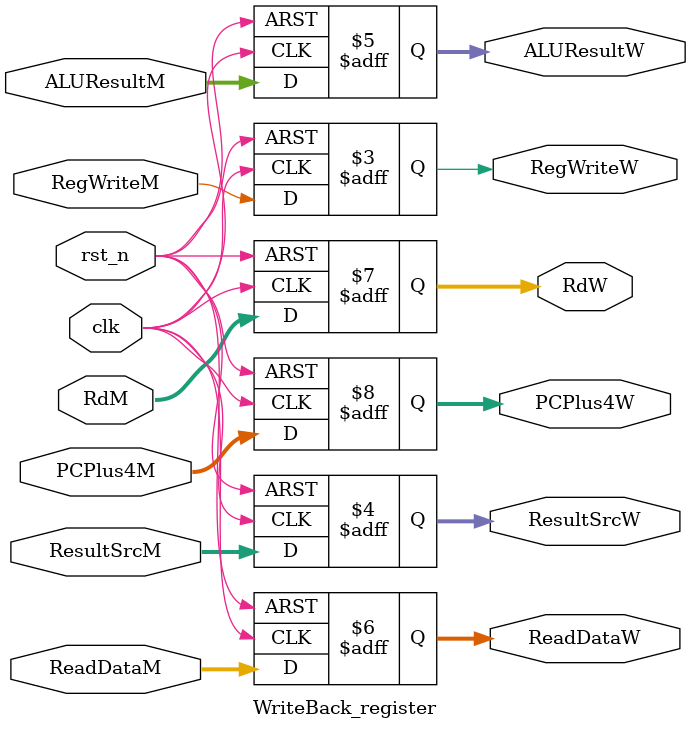
<source format=sv>
module WriteBack_register (
    input clk , rst_n,
    // control signals inputs
    input RegWriteM,
    input [1:0] ResultSrcM,
    // data inputs 
    input [31:0] ALUResultM,
    input [31:0] ReadDataM,
    input [4:0] RdM,
    input [31:0]PCPlus4M,
    // control signals outputs 
    output reg RegWriteW,
    output reg [1:0] ResultSrcW,
    // data outputs
    output reg [31:0] ALUResultW,
    output reg [31:0] ReadDataW,
    output reg [4:0] RdW,
    output reg [31:0] PCPlus4W
);
always @(posedge clk  , negedge rst_n) begin
    if(~rst_n) begin // reset the whole register
        // reset control signals
        RegWriteW <= 0;
        ResultSrcW <= 0;
        // reset data
        ALUResultW <= 0;
        ReadDataW <= 0;
        RdW <= 0;
        PCPlus4W <= 0;
    end
    else begin
        // update control signals 
        RegWriteW <= RegWriteM;
        ResultSrcW <= ResultSrcM;
        // update data
        ALUResultW <= ALUResultM;
        ReadDataW <= ReadDataM;
        RdW <= RdM;
        PCPlus4W <= PCPlus4M;
    end
end
    
endmodule

</source>
